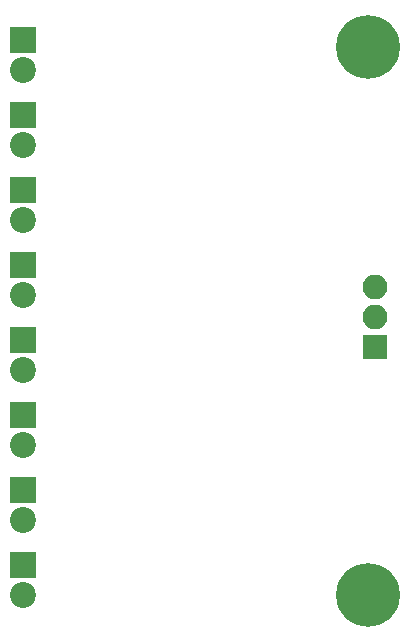
<source format=gbs>
G04 #@! TF.GenerationSoftware,KiCad,Pcbnew,(6.0.0-rc1-dev)*
G04 #@! TF.CreationDate,2018-08-10T19:43:38+02:00*
G04 #@! TF.ProjectId,receiver,72656365697665722E6B696361645F70,rev?*
G04 #@! TF.SameCoordinates,PX6ed25c8PY45a45e8*
G04 #@! TF.FileFunction,Soldermask,Bot*
G04 #@! TF.FilePolarity,Negative*
%FSLAX46Y46*%
G04 Gerber Fmt 4.6, Leading zero omitted, Abs format (unit mm)*
G04 Created by KiCad (PCBNEW (6.0.0-rc1-dev)) date Fri Aug 10 19:43:38 2018*
%MOMM*%
%LPD*%
G01*
G04 APERTURE LIST*
%ADD10C,5.400000*%
%ADD11R,2.100000X2.100000*%
%ADD12O,2.100000X2.100000*%
%ADD13C,2.200000*%
%ADD14R,2.200000X2.200000*%
G04 APERTURE END LIST*
D10*
G04 #@! TO.C,REF\002A\002A*
X32385000Y-50165000D03*
G04 #@! TD*
D11*
G04 #@! TO.C,J1*
X33020000Y-29210000D03*
D12*
X33020000Y-26670000D03*
X33020000Y-24130000D03*
G04 #@! TD*
D13*
G04 #@! TO.C,D7*
X3175000Y-43815000D03*
D14*
X3175000Y-41275000D03*
G04 #@! TD*
G04 #@! TO.C,D6*
X3175000Y-34925000D03*
D13*
X3175000Y-37465000D03*
G04 #@! TD*
G04 #@! TO.C,D5*
X3175000Y-31115000D03*
D14*
X3175000Y-28575000D03*
G04 #@! TD*
G04 #@! TO.C,D4*
X3175000Y-22225000D03*
D13*
X3175000Y-24765000D03*
G04 #@! TD*
G04 #@! TO.C,D3*
X3175000Y-18415000D03*
D14*
X3175000Y-15875000D03*
G04 #@! TD*
G04 #@! TO.C,D2*
X3175000Y-9525000D03*
D13*
X3175000Y-12065000D03*
G04 #@! TD*
G04 #@! TO.C,D1*
X3175000Y-5715000D03*
D14*
X3175000Y-3175000D03*
G04 #@! TD*
G04 #@! TO.C,D8*
X3175000Y-47625000D03*
D13*
X3175000Y-50165000D03*
G04 #@! TD*
D10*
G04 #@! TO.C,REF\002A\002A*
X32385000Y-3810000D03*
G04 #@! TD*
M02*

</source>
